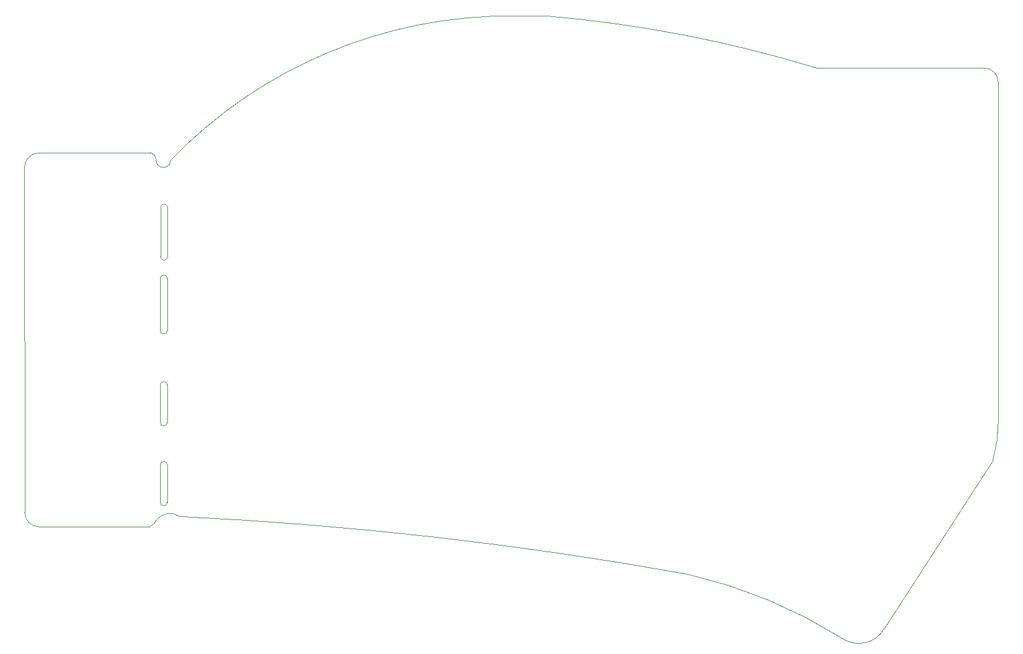
<source format=gm1>
G04 #@! TF.GenerationSoftware,KiCad,Pcbnew,(6.0.2-0)*
G04 #@! TF.CreationDate,2022-04-08T10:03:05+08:00*
G04 #@! TF.ProjectId,half-swept,68616c66-2d73-4776-9570-742e6b696361,rev?*
G04 #@! TF.SameCoordinates,Original*
G04 #@! TF.FileFunction,Profile,NP*
%FSLAX46Y46*%
G04 Gerber Fmt 4.6, Leading zero omitted, Abs format (unit mm)*
G04 Created by KiCad (PCBNEW (6.0.2-0)) date 2022-04-08 10:03:05*
%MOMM*%
%LPD*%
G01*
G04 APERTURE LIST*
G04 #@! TA.AperFunction,Profile*
%ADD10C,0.050000*%
G04 #@! TD*
G04 APERTURE END LIST*
D10*
X36330000Y-82380000D02*
G75*
G03*
X35330000Y-82380000I-500000J0D01*
G01*
X35330000Y-82380000D02*
X35330000Y-87580000D01*
X35330000Y-87580000D02*
G75*
G03*
X36330000Y-87580000I500000J0D01*
G01*
X36330000Y-82380000D02*
X36330000Y-87580000D01*
X36380000Y-46430000D02*
G75*
G03*
X35380000Y-46430000I-500000J0D01*
G01*
X35380000Y-46430000D02*
X35380000Y-53280000D01*
X35380000Y-53280000D02*
G75*
G03*
X36380000Y-53280000I500000J0D01*
G01*
X36380000Y-46430000D02*
X36380000Y-53280000D01*
X36330000Y-56330000D02*
G75*
G03*
X35330000Y-56330000I-500000J0D01*
G01*
X35330000Y-56330000D02*
X35330000Y-63580000D01*
X35330000Y-63580000D02*
G75*
G03*
X36330000Y-63580000I500000J0D01*
G01*
X36330000Y-56330000D02*
X36330000Y-63580000D01*
X36330000Y-71230000D02*
X36330000Y-76430000D01*
X35330000Y-71230000D02*
X35330000Y-76430000D01*
X35330000Y-76430000D02*
G75*
G03*
X36330000Y-76430000I500000J0D01*
G01*
X36330000Y-71230000D02*
G75*
G03*
X35330000Y-71230000I-500000J0D01*
G01*
X130536809Y-106583312D02*
G75*
G03*
X109010000Y-97650000I-36968676J-58680794D01*
G01*
X126976080Y-26924000D02*
G75*
G03*
X89079857Y-19648599I-52935079J-173394150D01*
G01*
X109010000Y-97650000D02*
G75*
G03*
X38076080Y-89585920I-97072381J-537866602D01*
G01*
X152376080Y-28956000D02*
X152376080Y-76123920D01*
X84878469Y-19654059D02*
G75*
G03*
X36806080Y-39801920I-656128J-65858297D01*
G01*
X151580000Y-81810000D02*
X136424079Y-105247920D01*
X89079857Y-19648599D02*
X84878469Y-19654059D01*
X34779389Y-39803446D02*
G75*
G03*
X36806079Y-39801920I1013343J3467D01*
G01*
X33860000Y-91010000D02*
G75*
G03*
X34860000Y-90010000I-710784J1710784D01*
G01*
X16400000Y-40800000D02*
X16420000Y-89010000D01*
X150344080Y-26924000D02*
X126976080Y-26924000D01*
X34779389Y-39803446D02*
G75*
G03*
X34000000Y-38750000I-1029797J53145D01*
G01*
X18420000Y-91010000D02*
X33860000Y-91010000D01*
X18400000Y-38800000D02*
X34000000Y-38750000D01*
X152376080Y-28956000D02*
G75*
G03*
X150344080Y-26924000I-2032000J0D01*
G01*
X16420000Y-89010000D02*
G75*
G03*
X18420000Y-91010000I1999999J-1D01*
G01*
X151580000Y-81810000D02*
G75*
G03*
X152376080Y-76123920I-19909289J5686169D01*
G01*
X38076080Y-89585920D02*
G75*
G03*
X34860000Y-90010000I-1378659J-1951588D01*
G01*
X130536809Y-106583312D02*
G75*
G03*
X136424079Y-105247920I2331271J3367392D01*
G01*
X18400000Y-38800000D02*
G75*
G03*
X16400000Y-40800000I-1J-1999999D01*
G01*
M02*

</source>
